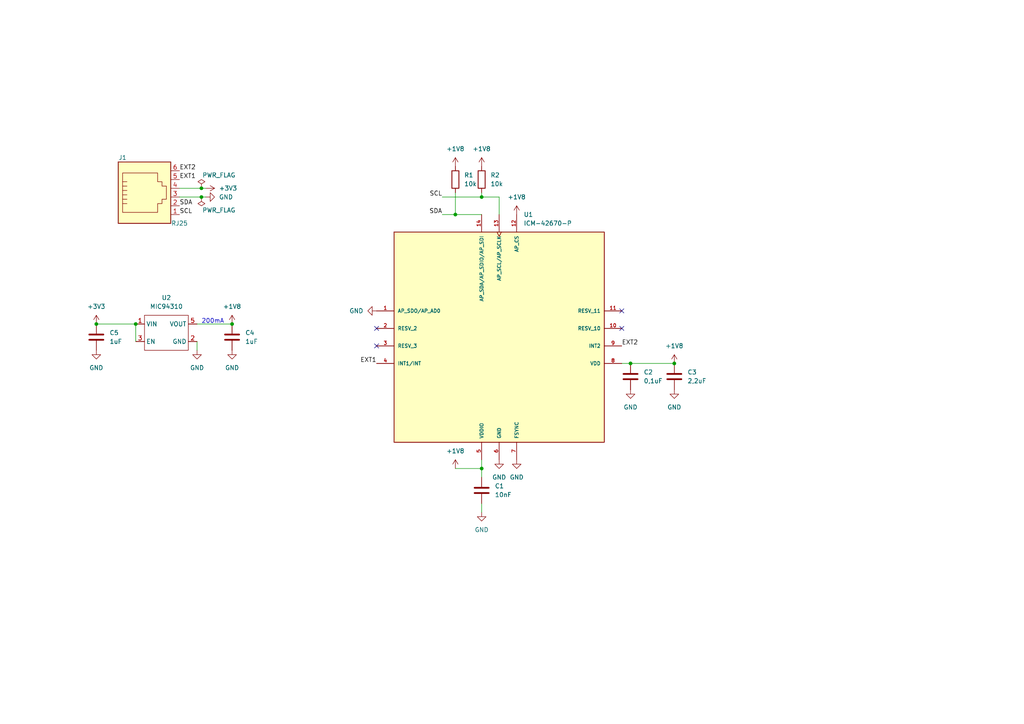
<source format=kicad_sch>
(kicad_sch (version 20230121) (generator eeschema)

  (uuid 5366ba57-4f93-4c60-9895-4205cbb289d0)

  (paper "A4")

  (lib_symbols
    (symbol "Connector:RJ25" (pin_names (offset 1.016)) (in_bom yes) (on_board yes)
      (property "Reference" "J" (at -5.08 11.43 0)
        (effects (font (size 1.27 1.27)) (justify right))
      )
      (property "Value" "RJ25" (at 2.54 11.43 0)
        (effects (font (size 1.27 1.27)) (justify left))
      )
      (property "Footprint" "" (at 0 0.635 90)
        (effects (font (size 1.27 1.27)) hide)
      )
      (property "Datasheet" "~" (at 0 0.635 90)
        (effects (font (size 1.27 1.27)) hide)
      )
      (property "ki_keywords" "6P6C RJ socket connector" (at 0 0 0)
        (effects (font (size 1.27 1.27)) hide)
      )
      (property "ki_description" "RJ connector, 6P6C (6 positions 6 connected)" (at 0 0 0)
        (effects (font (size 1.27 1.27)) hide)
      )
      (property "ki_fp_filters" "6P6C* RJ12* RJ18* RJ25*" (at 0 0 0)
        (effects (font (size 1.27 1.27)) hide)
      )
      (symbol "RJ25_0_1"
        (polyline
          (pts
            (xy -6.35 -1.905)
            (xy -5.08 -1.905)
            (xy -5.08 -1.905)
          )
          (stroke (width 0) (type default))
          (fill (type none))
        )
        (polyline
          (pts
            (xy -6.35 -0.635)
            (xy -5.08 -0.635)
            (xy -5.08 -0.635)
          )
          (stroke (width 0) (type default))
          (fill (type none))
        )
        (polyline
          (pts
            (xy -6.35 0.635)
            (xy -5.08 0.635)
            (xy -5.08 0.635)
          )
          (stroke (width 0) (type default))
          (fill (type none))
        )
        (polyline
          (pts
            (xy -6.35 1.905)
            (xy -5.08 1.905)
            (xy -5.08 1.905)
          )
          (stroke (width 0) (type default))
          (fill (type none))
        )
        (polyline
          (pts
            (xy -6.35 3.175)
            (xy -5.08 3.175)
            (xy -5.08 3.175)
          )
          (stroke (width 0) (type default))
          (fill (type none))
        )
        (polyline
          (pts
            (xy -5.08 4.445)
            (xy -6.35 4.445)
            (xy -6.35 4.445)
          )
          (stroke (width 0) (type default))
          (fill (type none))
        )
        (polyline
          (pts
            (xy -6.35 -4.445)
            (xy -6.35 6.985)
            (xy 3.81 6.985)
            (xy 3.81 4.445)
            (xy 5.08 4.445)
            (xy 5.08 3.175)
            (xy 6.35 3.175)
            (xy 6.35 -0.635)
            (xy 5.08 -0.635)
            (xy 5.08 -1.905)
            (xy 3.81 -1.905)
            (xy 3.81 -4.445)
            (xy -6.35 -4.445)
            (xy -6.35 -4.445)
          )
          (stroke (width 0) (type default))
          (fill (type none))
        )
        (rectangle (start 7.62 10.16) (end -7.62 -7.62)
          (stroke (width 0.254) (type default))
          (fill (type background))
        )
      )
      (symbol "RJ25_1_1"
        (pin passive line (at 10.16 -5.08 180) (length 2.54)
          (name "~" (effects (font (size 1.27 1.27))))
          (number "1" (effects (font (size 1.27 1.27))))
        )
        (pin passive line (at 10.16 -2.54 180) (length 2.54)
          (name "~" (effects (font (size 1.27 1.27))))
          (number "2" (effects (font (size 1.27 1.27))))
        )
        (pin passive line (at 10.16 0 180) (length 2.54)
          (name "~" (effects (font (size 1.27 1.27))))
          (number "3" (effects (font (size 1.27 1.27))))
        )
        (pin passive line (at 10.16 2.54 180) (length 2.54)
          (name "~" (effects (font (size 1.27 1.27))))
          (number "4" (effects (font (size 1.27 1.27))))
        )
        (pin passive line (at 10.16 5.08 180) (length 2.54)
          (name "~" (effects (font (size 1.27 1.27))))
          (number "5" (effects (font (size 1.27 1.27))))
        )
        (pin passive line (at 10.16 7.62 180) (length 2.54)
          (name "~" (effects (font (size 1.27 1.27))))
          (number "6" (effects (font (size 1.27 1.27))))
        )
      )
    )
    (symbol "Device:C" (pin_numbers hide) (pin_names (offset 0.254)) (in_bom yes) (on_board yes)
      (property "Reference" "C" (at 0.635 2.54 0)
        (effects (font (size 1.27 1.27)) (justify left))
      )
      (property "Value" "C" (at 0.635 -2.54 0)
        (effects (font (size 1.27 1.27)) (justify left))
      )
      (property "Footprint" "" (at 0.9652 -3.81 0)
        (effects (font (size 1.27 1.27)) hide)
      )
      (property "Datasheet" "~" (at 0 0 0)
        (effects (font (size 1.27 1.27)) hide)
      )
      (property "ki_keywords" "cap capacitor" (at 0 0 0)
        (effects (font (size 1.27 1.27)) hide)
      )
      (property "ki_description" "Unpolarized capacitor" (at 0 0 0)
        (effects (font (size 1.27 1.27)) hide)
      )
      (property "ki_fp_filters" "C_*" (at 0 0 0)
        (effects (font (size 1.27 1.27)) hide)
      )
      (symbol "C_0_1"
        (polyline
          (pts
            (xy -2.032 -0.762)
            (xy 2.032 -0.762)
          )
          (stroke (width 0.508) (type default))
          (fill (type none))
        )
        (polyline
          (pts
            (xy -2.032 0.762)
            (xy 2.032 0.762)
          )
          (stroke (width 0.508) (type default))
          (fill (type none))
        )
      )
      (symbol "C_1_1"
        (pin passive line (at 0 3.81 270) (length 2.794)
          (name "~" (effects (font (size 1.27 1.27))))
          (number "1" (effects (font (size 1.27 1.27))))
        )
        (pin passive line (at 0 -3.81 90) (length 2.794)
          (name "~" (effects (font (size 1.27 1.27))))
          (number "2" (effects (font (size 1.27 1.27))))
        )
      )
    )
    (symbol "Device:R" (pin_numbers hide) (pin_names (offset 0)) (in_bom yes) (on_board yes)
      (property "Reference" "R" (at 2.032 0 90)
        (effects (font (size 1.27 1.27)))
      )
      (property "Value" "R" (at 0 0 90)
        (effects (font (size 1.27 1.27)))
      )
      (property "Footprint" "" (at -1.778 0 90)
        (effects (font (size 1.27 1.27)) hide)
      )
      (property "Datasheet" "~" (at 0 0 0)
        (effects (font (size 1.27 1.27)) hide)
      )
      (property "ki_keywords" "R res resistor" (at 0 0 0)
        (effects (font (size 1.27 1.27)) hide)
      )
      (property "ki_description" "Resistor" (at 0 0 0)
        (effects (font (size 1.27 1.27)) hide)
      )
      (property "ki_fp_filters" "R_*" (at 0 0 0)
        (effects (font (size 1.27 1.27)) hide)
      )
      (symbol "R_0_1"
        (rectangle (start -1.016 -2.54) (end 1.016 2.54)
          (stroke (width 0.254) (type default))
          (fill (type none))
        )
      )
      (symbol "R_1_1"
        (pin passive line (at 0 3.81 270) (length 1.27)
          (name "~" (effects (font (size 1.27 1.27))))
          (number "1" (effects (font (size 1.27 1.27))))
        )
        (pin passive line (at 0 -3.81 90) (length 1.27)
          (name "~" (effects (font (size 1.27 1.27))))
          (number "2" (effects (font (size 1.27 1.27))))
        )
      )
    )
    (symbol "ICM-42670:ICM-42670-P" (pin_names (offset 1.016)) (in_bom yes) (on_board yes)
      (property "Reference" "U" (at -30.48 31.242 0)
        (effects (font (size 1.27 1.27)) (justify left bottom))
      )
      (property "Value" "ICM-42670-P" (at -30.48 -31.242 0)
        (effects (font (size 1.27 1.27)) (justify left top))
      )
      (property "Footprint" "ICM-42670-P:IC_ICM-42670-P" (at 0 0 0)
        (effects (font (size 1.27 1.27)) (justify bottom) hide)
      )
      (property "Datasheet" "" (at 0 0 0)
        (effects (font (size 1.27 1.27)) hide)
      )
      (property "MF" "TDK InvenSense" (at 0 0 0)
        (effects (font (size 1.27 1.27)) (justify bottom) hide)
      )
      (property "Description" "\nLow-Power, Premium Performance 6-Axis MotionTrackingTM IMU with I3C, I2C and SPI interface in 2.5mm x 3mm Package\n" (at 0 0 0)
        (effects (font (size 1.27 1.27)) (justify bottom) hide)
      )
      (property "Package" "None" (at 0 0 0)
        (effects (font (size 1.27 1.27)) (justify bottom) hide)
      )
      (property "Price" "None" (at 0 0 0)
        (effects (font (size 1.27 1.27)) (justify bottom) hide)
      )
      (property "Check_prices" "https://www.snapeda.com/parts/ICM-42670-P/TDK+InvenSense/view-part/?ref=eda" (at 0 0 0)
        (effects (font (size 1.27 1.27)) (justify bottom) hide)
      )
      (property "SnapEDA_Link" "https://www.snapeda.com/parts/ICM-42670-P/TDK+InvenSense/view-part/?ref=snap" (at 0 0 0)
        (effects (font (size 1.27 1.27)) (justify bottom) hide)
      )
      (property "MP" "ICM-42670-P" (at 0 0 0)
        (effects (font (size 1.27 1.27)) (justify bottom) hide)
      )
      (property "Availability" "Not in stock" (at 0 0 0)
        (effects (font (size 1.27 1.27)) (justify bottom) hide)
      )
      (property "Purchase-URL" "https://pricing.snapeda.com/search/part/ICM-42670-P/?ref=eda" (at 0 0 0)
        (effects (font (size 1.27 1.27)) (justify bottom) hide)
      )
      (symbol "ICM-42670-P_0_0"
        (rectangle (start -30.48 -30.48) (end 30.48 30.48)
          (stroke (width 0.254) (type default))
          (fill (type background))
        )
        (pin bidirectional line (at -35.56 7.62 0) (length 5.08)
          (name "AP_SDO/AP_AD0" (effects (font (size 1.016 1.016))))
          (number "1" (effects (font (size 1.016 1.016))))
        )
        (pin passive line (at 35.56 2.54 180) (length 5.08)
          (name "RESV_10" (effects (font (size 1.016 1.016))))
          (number "10" (effects (font (size 1.016 1.016))))
        )
        (pin passive line (at 35.56 7.62 180) (length 5.08)
          (name "RESV_11" (effects (font (size 1.016 1.016))))
          (number "11" (effects (font (size 1.016 1.016))))
        )
        (pin input line (at 5.08 35.56 270) (length 5.08)
          (name "AP_CS" (effects (font (size 1.016 1.016))))
          (number "12" (effects (font (size 1.016 1.016))))
        )
        (pin input clock (at 0 35.56 270) (length 5.08)
          (name "AP_SCL/AP_SCLK" (effects (font (size 1.016 1.016))))
          (number "13" (effects (font (size 1.016 1.016))))
        )
        (pin bidirectional line (at -5.08 35.56 270) (length 5.08)
          (name "AP_SDA/AP_SDIO/AP_SDI" (effects (font (size 1.016 1.016))))
          (number "14" (effects (font (size 1.016 1.016))))
        )
        (pin passive line (at -35.56 2.54 0) (length 5.08)
          (name "RESV_2" (effects (font (size 1.016 1.016))))
          (number "2" (effects (font (size 1.016 1.016))))
        )
        (pin passive line (at -35.56 -2.54 0) (length 5.08)
          (name "RESV_3" (effects (font (size 1.016 1.016))))
          (number "3" (effects (font (size 1.016 1.016))))
        )
        (pin output line (at -35.56 -7.62 0) (length 5.08)
          (name "INT1/INT" (effects (font (size 1.016 1.016))))
          (number "4" (effects (font (size 1.016 1.016))))
        )
        (pin power_in line (at -5.08 -35.56 90) (length 5.08)
          (name "VDDIO" (effects (font (size 1.016 1.016))))
          (number "5" (effects (font (size 1.016 1.016))))
        )
        (pin power_in line (at 0 -35.56 90) (length 5.08)
          (name "GND" (effects (font (size 1.016 1.016))))
          (number "6" (effects (font (size 1.016 1.016))))
        )
        (pin input line (at 5.08 -35.56 90) (length 5.08)
          (name "FSYNC" (effects (font (size 1.016 1.016))))
          (number "7" (effects (font (size 1.016 1.016))))
        )
        (pin power_in line (at 35.56 -7.62 180) (length 5.08)
          (name "VDD" (effects (font (size 1.016 1.016))))
          (number "8" (effects (font (size 1.016 1.016))))
        )
        (pin output line (at 35.56 -2.54 180) (length 5.08)
          (name "INT2" (effects (font (size 1.016 1.016))))
          (number "9" (effects (font (size 1.016 1.016))))
        )
      )
    )
    (symbol "MIC94310:MIC94310-GYM5-TR" (in_bom yes) (on_board yes)
      (property "Reference" "U" (at 0 7.62 0)
        (effects (font (size 1.27 1.27)))
      )
      (property "Value" "" (at 0 0 0)
        (effects (font (size 1.27 1.27)))
      )
      (property "Footprint" "" (at 0 0 0)
        (effects (font (size 1.27 1.27)) hide)
      )
      (property "Datasheet" "" (at 0 0 0)
        (effects (font (size 1.27 1.27)) hide)
      )
      (symbol "MIC94310-GYM5-TR_0_1"
        (rectangle (start -6.35 5.08) (end 6.35 -5.08)
          (stroke (width 0) (type default))
          (fill (type none))
        )
      )
      (symbol "MIC94310-GYM5-TR_1_1"
        (pin power_in line (at -8.89 2.54 0) (length 2.54)
          (name "VIN" (effects (font (size 1.27 1.27))))
          (number "1" (effects (font (size 1.27 1.27))))
        )
        (pin power_in line (at 8.89 -2.54 180) (length 2.54)
          (name "GND" (effects (font (size 1.27 1.27))))
          (number "2" (effects (font (size 1.27 1.27))))
        )
        (pin input line (at -8.89 -2.54 0) (length 2.54)
          (name "EN" (effects (font (size 1.27 1.27))))
          (number "3" (effects (font (size 1.27 1.27))))
        )
        (pin power_out line (at 8.89 2.54 180) (length 2.54)
          (name "VOUT" (effects (font (size 1.27 1.27))))
          (number "5" (effects (font (size 1.27 1.27))))
        )
      )
    )
    (symbol "power:+1V8" (power) (pin_names (offset 0)) (in_bom yes) (on_board yes)
      (property "Reference" "#PWR" (at 0 -3.81 0)
        (effects (font (size 1.27 1.27)) hide)
      )
      (property "Value" "+1V8" (at 0 3.556 0)
        (effects (font (size 1.27 1.27)))
      )
      (property "Footprint" "" (at 0 0 0)
        (effects (font (size 1.27 1.27)) hide)
      )
      (property "Datasheet" "" (at 0 0 0)
        (effects (font (size 1.27 1.27)) hide)
      )
      (property "ki_keywords" "global power" (at 0 0 0)
        (effects (font (size 1.27 1.27)) hide)
      )
      (property "ki_description" "Power symbol creates a global label with name \"+1V8\"" (at 0 0 0)
        (effects (font (size 1.27 1.27)) hide)
      )
      (symbol "+1V8_0_1"
        (polyline
          (pts
            (xy -0.762 1.27)
            (xy 0 2.54)
          )
          (stroke (width 0) (type default))
          (fill (type none))
        )
        (polyline
          (pts
            (xy 0 0)
            (xy 0 2.54)
          )
          (stroke (width 0) (type default))
          (fill (type none))
        )
        (polyline
          (pts
            (xy 0 2.54)
            (xy 0.762 1.27)
          )
          (stroke (width 0) (type default))
          (fill (type none))
        )
      )
      (symbol "+1V8_1_1"
        (pin power_in line (at 0 0 90) (length 0) hide
          (name "+1V8" (effects (font (size 1.27 1.27))))
          (number "1" (effects (font (size 1.27 1.27))))
        )
      )
    )
    (symbol "power:+3V3" (power) (pin_names (offset 0)) (in_bom yes) (on_board yes)
      (property "Reference" "#PWR" (at 0 -3.81 0)
        (effects (font (size 1.27 1.27)) hide)
      )
      (property "Value" "+3V3" (at 0 3.556 0)
        (effects (font (size 1.27 1.27)))
      )
      (property "Footprint" "" (at 0 0 0)
        (effects (font (size 1.27 1.27)) hide)
      )
      (property "Datasheet" "" (at 0 0 0)
        (effects (font (size 1.27 1.27)) hide)
      )
      (property "ki_keywords" "global power" (at 0 0 0)
        (effects (font (size 1.27 1.27)) hide)
      )
      (property "ki_description" "Power symbol creates a global label with name \"+3V3\"" (at 0 0 0)
        (effects (font (size 1.27 1.27)) hide)
      )
      (symbol "+3V3_0_1"
        (polyline
          (pts
            (xy -0.762 1.27)
            (xy 0 2.54)
          )
          (stroke (width 0) (type default))
          (fill (type none))
        )
        (polyline
          (pts
            (xy 0 0)
            (xy 0 2.54)
          )
          (stroke (width 0) (type default))
          (fill (type none))
        )
        (polyline
          (pts
            (xy 0 2.54)
            (xy 0.762 1.27)
          )
          (stroke (width 0) (type default))
          (fill (type none))
        )
      )
      (symbol "+3V3_1_1"
        (pin power_in line (at 0 0 90) (length 0) hide
          (name "+3V3" (effects (font (size 1.27 1.27))))
          (number "1" (effects (font (size 1.27 1.27))))
        )
      )
    )
    (symbol "power:GND" (power) (pin_names (offset 0)) (in_bom yes) (on_board yes)
      (property "Reference" "#PWR" (at 0 -6.35 0)
        (effects (font (size 1.27 1.27)) hide)
      )
      (property "Value" "GND" (at 0 -3.81 0)
        (effects (font (size 1.27 1.27)))
      )
      (property "Footprint" "" (at 0 0 0)
        (effects (font (size 1.27 1.27)) hide)
      )
      (property "Datasheet" "" (at 0 0 0)
        (effects (font (size 1.27 1.27)) hide)
      )
      (property "ki_keywords" "global power" (at 0 0 0)
        (effects (font (size 1.27 1.27)) hide)
      )
      (property "ki_description" "Power symbol creates a global label with name \"GND\" , ground" (at 0 0 0)
        (effects (font (size 1.27 1.27)) hide)
      )
      (symbol "GND_0_1"
        (polyline
          (pts
            (xy 0 0)
            (xy 0 -1.27)
            (xy 1.27 -1.27)
            (xy 0 -2.54)
            (xy -1.27 -1.27)
            (xy 0 -1.27)
          )
          (stroke (width 0) (type default))
          (fill (type none))
        )
      )
      (symbol "GND_1_1"
        (pin power_in line (at 0 0 270) (length 0) hide
          (name "GND" (effects (font (size 1.27 1.27))))
          (number "1" (effects (font (size 1.27 1.27))))
        )
      )
    )
    (symbol "power:PWR_FLAG" (power) (pin_numbers hide) (pin_names (offset 0) hide) (in_bom yes) (on_board yes)
      (property "Reference" "#FLG" (at 0 1.905 0)
        (effects (font (size 1.27 1.27)) hide)
      )
      (property "Value" "PWR_FLAG" (at 0 3.81 0)
        (effects (font (size 1.27 1.27)))
      )
      (property "Footprint" "" (at 0 0 0)
        (effects (font (size 1.27 1.27)) hide)
      )
      (property "Datasheet" "~" (at 0 0 0)
        (effects (font (size 1.27 1.27)) hide)
      )
      (property "ki_keywords" "flag power" (at 0 0 0)
        (effects (font (size 1.27 1.27)) hide)
      )
      (property "ki_description" "Special symbol for telling ERC where power comes from" (at 0 0 0)
        (effects (font (size 1.27 1.27)) hide)
      )
      (symbol "PWR_FLAG_0_0"
        (pin power_out line (at 0 0 90) (length 0)
          (name "pwr" (effects (font (size 1.27 1.27))))
          (number "1" (effects (font (size 1.27 1.27))))
        )
      )
      (symbol "PWR_FLAG_0_1"
        (polyline
          (pts
            (xy 0 0)
            (xy 0 1.27)
            (xy -1.016 1.905)
            (xy 0 2.54)
            (xy 1.016 1.905)
            (xy 0 1.27)
          )
          (stroke (width 0) (type default))
          (fill (type none))
        )
      )
    )
  )

  (junction (at 195.58 105.41) (diameter 0) (color 0 0 0 0)
    (uuid 0d9f9078-2a40-484e-aef7-1c7094093d7c)
  )
  (junction (at 27.94 93.98) (diameter 0) (color 0 0 0 0)
    (uuid 149837bb-f372-4258-9caa-644de41529a7)
  )
  (junction (at 139.7 57.15) (diameter 0) (color 0 0 0 0)
    (uuid 166473cd-214a-40ad-9a75-4ed3c7daea22)
  )
  (junction (at 39.37 93.98) (diameter 0) (color 0 0 0 0)
    (uuid 20a05541-4ccb-498c-8f64-3f8c44253ab2)
  )
  (junction (at 67.31 93.98) (diameter 0) (color 0 0 0 0)
    (uuid 23a3af67-5adc-4d44-b50f-44c582f90c26)
  )
  (junction (at 139.7 135.89) (diameter 0) (color 0 0 0 0)
    (uuid 281466be-d790-47d9-883e-1a048475e31a)
  )
  (junction (at 132.08 62.23) (diameter 0) (color 0 0 0 0)
    (uuid 3d2ba071-a5f0-47f0-b638-dfbc67d23bcb)
  )
  (junction (at 58.42 57.15) (diameter 0) (color 0 0 0 0)
    (uuid 4d3ab2d8-b081-4d4a-9bbf-992bbc7302df)
  )
  (junction (at 58.42 54.61) (diameter 0) (color 0 0 0 0)
    (uuid 7ed1e6f8-2914-43fe-a04a-631c132d1b66)
  )
  (junction (at 182.88 105.41) (diameter 0) (color 0 0 0 0)
    (uuid ffb8c1fb-2727-4c3c-8724-f78e8a68bbd7)
  )

  (no_connect (at 180.34 90.17) (uuid 4d1485bf-5367-4931-bcf7-8e98accc08e2))
  (no_connect (at 180.34 95.25) (uuid 4d6e2fe9-afa0-4117-9ad7-bd35a3a428f9))
  (no_connect (at 109.22 95.25) (uuid 6f5a861e-2e8a-4b22-a3c7-229ec8859fc9))
  (no_connect (at 109.22 100.33) (uuid fa1b7cb8-2384-4869-a9ad-97627c95e754))

  (wire (pts (xy 144.78 57.15) (xy 144.78 62.23))
    (stroke (width 0) (type default))
    (uuid 106fd8cf-8a1b-4757-8a6b-2236b34a54c7)
  )
  (wire (pts (xy 139.7 135.89) (xy 139.7 133.35))
    (stroke (width 0) (type default))
    (uuid 14248a7a-2d7d-4ca9-8fd9-ec4c02add44d)
  )
  (wire (pts (xy 132.08 135.89) (xy 139.7 135.89))
    (stroke (width 0) (type default))
    (uuid 1577b06b-41c3-4d14-a133-36d9920e2d98)
  )
  (wire (pts (xy 58.42 54.61) (xy 52.07 54.61))
    (stroke (width 0) (type default))
    (uuid 2297d6d1-568a-45e0-b9fe-5bcdcc0bc49a)
  )
  (wire (pts (xy 139.7 138.43) (xy 139.7 135.89))
    (stroke (width 0) (type default))
    (uuid 3fb11c62-b6ef-4005-9335-bac6dd2b27d4)
  )
  (wire (pts (xy 139.7 146.05) (xy 139.7 148.59))
    (stroke (width 0) (type default))
    (uuid 401c34a0-2460-445d-9de9-a2019b1bb02c)
  )
  (wire (pts (xy 52.07 57.15) (xy 58.42 57.15))
    (stroke (width 0) (type default))
    (uuid 5d4a7004-6ae1-42a3-b81d-a7992ec99154)
  )
  (wire (pts (xy 58.42 57.15) (xy 59.69 57.15))
    (stroke (width 0) (type default))
    (uuid 649094fa-bb71-47d4-894e-c54f8cf89dae)
  )
  (wire (pts (xy 132.08 55.88) (xy 132.08 62.23))
    (stroke (width 0) (type default))
    (uuid 749adaf0-a233-492d-9dbd-f95d1d179f71)
  )
  (wire (pts (xy 132.08 62.23) (xy 139.7 62.23))
    (stroke (width 0) (type default))
    (uuid 78ea71d7-ba8f-4b4f-858b-a832e4299613)
  )
  (wire (pts (xy 39.37 93.98) (xy 39.37 99.06))
    (stroke (width 0) (type default))
    (uuid 81209ae8-322e-46b9-ad39-19e6793635ec)
  )
  (wire (pts (xy 139.7 57.15) (xy 144.78 57.15))
    (stroke (width 0) (type default))
    (uuid 8ac89b5e-b5d7-4262-a14a-a5dcd56ddc41)
  )
  (wire (pts (xy 59.69 54.61) (xy 58.42 54.61))
    (stroke (width 0) (type default))
    (uuid 9870a424-99a8-4f72-a86e-e63f1de61e95)
  )
  (wire (pts (xy 57.15 101.6) (xy 57.15 99.06))
    (stroke (width 0) (type default))
    (uuid 98baf7a8-9cd5-4d82-ba32-89a7291605d2)
  )
  (wire (pts (xy 57.15 93.98) (xy 67.31 93.98))
    (stroke (width 0) (type default))
    (uuid a1f71ce5-7e8e-4cff-a352-335f6c31e45d)
  )
  (wire (pts (xy 128.27 62.23) (xy 132.08 62.23))
    (stroke (width 0) (type default))
    (uuid c062045b-1007-4070-aeec-fa9e9ca8a503)
  )
  (wire (pts (xy 139.7 55.88) (xy 139.7 57.15))
    (stroke (width 0) (type default))
    (uuid c4a2febc-933d-47c6-91cf-f0069cf361d0)
  )
  (wire (pts (xy 27.94 93.98) (xy 39.37 93.98))
    (stroke (width 0) (type default))
    (uuid d3e6fc20-38e5-4202-b3e3-57ce9d989b72)
  )
  (wire (pts (xy 128.27 57.15) (xy 139.7 57.15))
    (stroke (width 0) (type default))
    (uuid d5f89783-3f22-42c9-86a4-5ddd70b00956)
  )
  (wire (pts (xy 182.88 105.41) (xy 195.58 105.41))
    (stroke (width 0) (type default))
    (uuid ed8612ec-14d4-4e3d-b800-4f4bc591aa22)
  )
  (wire (pts (xy 182.88 105.41) (xy 180.34 105.41))
    (stroke (width 0) (type default))
    (uuid fd5770dc-6a75-4ef7-827a-139bca263ef5)
  )

  (text "200mA" (at 58.42 93.98 0)
    (effects (font (size 1.27 1.27)) (justify left bottom))
    (uuid 1b0c7128-b7a7-42c2-bc4f-ed92456f47a6)
  )

  (label "SCL" (at 52.07 62.23 0) (fields_autoplaced)
    (effects (font (size 1.27 1.27)) (justify left bottom))
    (uuid 12c12ffe-2578-4614-b54c-80cb533cf40c)
  )
  (label "EXT1" (at 52.07 52.07 0) (fields_autoplaced)
    (effects (font (size 1.27 1.27)) (justify left bottom))
    (uuid 1c5c0b9c-0b06-41fc-9c22-232647a4c74d)
  )
  (label "SDA" (at 128.27 62.23 180) (fields_autoplaced)
    (effects (font (size 1.27 1.27)) (justify right bottom))
    (uuid 306f67ce-fd35-446f-8ce6-1e977e0124ae)
  )
  (label "EXT1" (at 109.22 105.41 180) (fields_autoplaced)
    (effects (font (size 1.27 1.27)) (justify right bottom))
    (uuid 38bb1f98-b559-4e57-b169-1079d929faaa)
  )
  (label "SCL" (at 128.27 57.15 180) (fields_autoplaced)
    (effects (font (size 1.27 1.27)) (justify right bottom))
    (uuid 4e0fe63b-2f26-41b4-89eb-e912638acfa4)
  )
  (label "SDA" (at 52.07 59.69 0) (fields_autoplaced)
    (effects (font (size 1.27 1.27)) (justify left bottom))
    (uuid 5de4d041-d6bc-4809-83d1-0e06ac648e19)
  )
  (label "EXT2" (at 180.34 100.33 0) (fields_autoplaced)
    (effects (font (size 1.27 1.27)) (justify left bottom))
    (uuid 8d1bae21-c843-450c-96cc-a16bce268797)
  )
  (label "EXT2" (at 52.07 49.53 0) (fields_autoplaced)
    (effects (font (size 1.27 1.27)) (justify left bottom))
    (uuid 96e956ca-5d9c-434c-8d2e-b494e83b4d0d)
  )

  (symbol (lib_id "Device:C") (at 139.7 142.24 0) (unit 1)
    (in_bom yes) (on_board yes) (dnp no) (fields_autoplaced)
    (uuid 10f56f95-dbf1-4da6-8fd7-3dbe347c31ec)
    (property "Reference" "C1" (at 143.51 140.97 0)
      (effects (font (size 1.27 1.27)) (justify left))
    )
    (property "Value" "10nF" (at 143.51 143.51 0)
      (effects (font (size 1.27 1.27)) (justify left))
    )
    (property "Footprint" "Capacitor_SMD:C_0603_1608Metric_Pad1.08x0.95mm_HandSolder" (at 140.6652 146.05 0)
      (effects (font (size 1.27 1.27)) hide)
    )
    (property "Datasheet" "~" (at 139.7 142.24 0)
      (effects (font (size 1.27 1.27)) hide)
    )
    (property "DigiKey" "399-C0603C103K9RAC7867CT-ND" (at 139.7 142.24 0)
      (effects (font (size 1.27 1.27)) hide)
    )
    (pin "1" (uuid 6a0a40be-5a30-4b30-9dea-8830ae69d564))
    (pin "2" (uuid c73695bf-8424-4e87-9ee7-9a96a7d5e296))
    (instances
      (project "FABI3 - IMU Addon"
        (path "/5366ba57-4f93-4c60-9895-4205cbb289d0"
          (reference "C1") (unit 1)
        )
      )
    )
  )

  (symbol (lib_id "MIC94310:MIC94310-GYM5-TR") (at 48.26 96.52 0) (unit 1)
    (in_bom yes) (on_board yes) (dnp no)
    (uuid 1da3b7a0-38ae-4e2c-8209-4779bab064df)
    (property "Reference" "U2" (at 48.26 86.36 0)
      (effects (font (size 1.27 1.27)))
    )
    (property "Value" "MIC94310" (at 48.26 88.9 0)
      (effects (font (size 1.27 1.27)))
    )
    (property "Footprint" "Package_TO_SOT_SMD:SOT-23-5_HandSoldering" (at 48.26 96.52 0)
      (effects (font (size 1.27 1.27)) hide)
    )
    (property "Datasheet" "" (at 48.26 96.52 0)
      (effects (font (size 1.27 1.27)) hide)
    )
    (property "DigiKey" "576-4769-1-ND" (at 48.26 96.52 0)
      (effects (font (size 1.27 1.27)) hide)
    )
    (pin "1" (uuid 766cba43-3172-418a-a055-0e8295dea322))
    (pin "2" (uuid 8c1901cc-4151-44e5-9dbf-6724305c696a))
    (pin "3" (uuid 3b49539b-afe3-4489-90bc-6dea0054dc8b))
    (pin "5" (uuid 71d34e84-7986-459e-ac7a-6b65c96ed04b))
    (instances
      (project "FABI3 - IMU Addon"
        (path "/5366ba57-4f93-4c60-9895-4205cbb289d0"
          (reference "U2") (unit 1)
        )
      )
    )
  )

  (symbol (lib_id "Device:C") (at 67.31 97.79 0) (unit 1)
    (in_bom yes) (on_board yes) (dnp no) (fields_autoplaced)
    (uuid 21532b1a-9444-41c1-adc4-a7a02c44b4cb)
    (property "Reference" "C4" (at 71.12 96.52 0)
      (effects (font (size 1.27 1.27)) (justify left))
    )
    (property "Value" "1uF" (at 71.12 99.06 0)
      (effects (font (size 1.27 1.27)) (justify left))
    )
    (property "Footprint" "Capacitor_SMD:C_0603_1608Metric_Pad1.08x0.95mm_HandSolder" (at 68.2752 101.6 0)
      (effects (font (size 1.27 1.27)) hide)
    )
    (property "Datasheet" "~" (at 67.31 97.79 0)
      (effects (font (size 1.27 1.27)) hide)
    )
    (property "DigiKey" "478-KGM15AR70J104KMCT-ND" (at 67.31 97.79 0)
      (effects (font (size 1.27 1.27)) hide)
    )
    (pin "1" (uuid 2beeb404-29bd-4eb6-b9cd-1a1fd808f678))
    (pin "2" (uuid 582e2480-b513-4ed7-889b-e8e08f260bba))
    (instances
      (project "FABI3 - IMU Addon"
        (path "/5366ba57-4f93-4c60-9895-4205cbb289d0"
          (reference "C4") (unit 1)
        )
      )
    )
  )

  (symbol (lib_id "Device:C") (at 182.88 109.22 0) (unit 1)
    (in_bom yes) (on_board yes) (dnp no) (fields_autoplaced)
    (uuid 2288bd49-9fe3-4c2c-9b91-f917cc06b658)
    (property "Reference" "C2" (at 186.69 107.95 0)
      (effects (font (size 1.27 1.27)) (justify left))
    )
    (property "Value" "0,1uF" (at 186.69 110.49 0)
      (effects (font (size 1.27 1.27)) (justify left))
    )
    (property "Footprint" "Capacitor_SMD:C_0603_1608Metric_Pad1.08x0.95mm_HandSolder" (at 183.8452 113.03 0)
      (effects (font (size 1.27 1.27)) hide)
    )
    (property "Datasheet" "~" (at 182.88 109.22 0)
      (effects (font (size 1.27 1.27)) hide)
    )
    (property "DigiKey" "478-KGM15AR70J104KMCT-ND" (at 182.88 109.22 0)
      (effects (font (size 1.27 1.27)) hide)
    )
    (pin "1" (uuid 1639d239-3bb1-4a80-964c-d6e137e3dd3c))
    (pin "2" (uuid 3a716ebd-de43-4dd4-bc60-a39bfb5d6896))
    (instances
      (project "FABI3 - IMU Addon"
        (path "/5366ba57-4f93-4c60-9895-4205cbb289d0"
          (reference "C2") (unit 1)
        )
      )
    )
  )

  (symbol (lib_id "power:GND") (at 144.78 133.35 0) (unit 1)
    (in_bom yes) (on_board yes) (dnp no) (fields_autoplaced)
    (uuid 3c94cc1f-2f4f-4707-bd65-3e0ac39696e4)
    (property "Reference" "#PWR05" (at 144.78 139.7 0)
      (effects (font (size 1.27 1.27)) hide)
    )
    (property "Value" "GND" (at 144.78 138.43 0)
      (effects (font (size 1.27 1.27)))
    )
    (property "Footprint" "" (at 144.78 133.35 0)
      (effects (font (size 1.27 1.27)) hide)
    )
    (property "Datasheet" "" (at 144.78 133.35 0)
      (effects (font (size 1.27 1.27)) hide)
    )
    (pin "1" (uuid 8ff9148e-a54e-4468-930c-d3983c7adfba))
    (instances
      (project "FABI3 - IMU Addon"
        (path "/5366ba57-4f93-4c60-9895-4205cbb289d0"
          (reference "#PWR05") (unit 1)
        )
      )
    )
  )

  (symbol (lib_id "Device:C") (at 195.58 109.22 0) (unit 1)
    (in_bom yes) (on_board yes) (dnp no) (fields_autoplaced)
    (uuid 3d84adfa-a72b-423c-8de9-1e1d05ad0444)
    (property "Reference" "C3" (at 199.39 107.95 0)
      (effects (font (size 1.27 1.27)) (justify left))
    )
    (property "Value" "2,2uF" (at 199.39 110.49 0)
      (effects (font (size 1.27 1.27)) (justify left))
    )
    (property "Footprint" "Capacitor_SMD:C_0603_1608Metric_Pad1.08x0.95mm_HandSolder" (at 196.5452 113.03 0)
      (effects (font (size 1.27 1.27)) hide)
    )
    (property "Datasheet" "~" (at 195.58 109.22 0)
      (effects (font (size 1.27 1.27)) hide)
    )
    (property "DigiKey" "311-1795-1-ND - Gurtabschnitt" (at 195.58 109.22 0)
      (effects (font (size 1.27 1.27)) hide)
    )
    (pin "1" (uuid 915e8166-6df7-4339-839d-44023544985a))
    (pin "2" (uuid 1a74049a-2816-4055-801d-fc2d35c94688))
    (instances
      (project "FABI3 - IMU Addon"
        (path "/5366ba57-4f93-4c60-9895-4205cbb289d0"
          (reference "C3") (unit 1)
        )
      )
    )
  )

  (symbol (lib_id "power:+1V8") (at 67.31 93.98 0) (unit 1)
    (in_bom yes) (on_board yes) (dnp no) (fields_autoplaced)
    (uuid 3e39f769-0985-417b-b238-af8c5494875e)
    (property "Reference" "#PWR017" (at 67.31 97.79 0)
      (effects (font (size 1.27 1.27)) hide)
    )
    (property "Value" "+1V8" (at 67.31 88.9 0)
      (effects (font (size 1.27 1.27)))
    )
    (property "Footprint" "" (at 67.31 93.98 0)
      (effects (font (size 1.27 1.27)) hide)
    )
    (property "Datasheet" "" (at 67.31 93.98 0)
      (effects (font (size 1.27 1.27)) hide)
    )
    (pin "1" (uuid cb311659-fe49-4824-bbc6-8a1410ec85ed))
    (instances
      (project "FABI3 - IMU Addon"
        (path "/5366ba57-4f93-4c60-9895-4205cbb289d0"
          (reference "#PWR017") (unit 1)
        )
      )
    )
  )

  (symbol (lib_id "power:GND") (at 27.94 101.6 0) (unit 1)
    (in_bom yes) (on_board yes) (dnp no) (fields_autoplaced)
    (uuid 3ef75651-373b-47ee-8ba4-a7b19b4beada)
    (property "Reference" "#PWR014" (at 27.94 107.95 0)
      (effects (font (size 1.27 1.27)) hide)
    )
    (property "Value" "GND" (at 27.94 106.68 0)
      (effects (font (size 1.27 1.27)))
    )
    (property "Footprint" "" (at 27.94 101.6 0)
      (effects (font (size 1.27 1.27)) hide)
    )
    (property "Datasheet" "" (at 27.94 101.6 0)
      (effects (font (size 1.27 1.27)) hide)
    )
    (pin "1" (uuid 6c6f84c7-0cd4-4578-8c1a-4a30adb0065c))
    (instances
      (project "FABI3 - IMU Addon"
        (path "/5366ba57-4f93-4c60-9895-4205cbb289d0"
          (reference "#PWR014") (unit 1)
        )
      )
    )
  )

  (symbol (lib_id "power:GND") (at 182.88 113.03 0) (unit 1)
    (in_bom yes) (on_board yes) (dnp no) (fields_autoplaced)
    (uuid 4fd70ed7-1414-4c8f-a581-c097c1c90699)
    (property "Reference" "#PWR07" (at 182.88 119.38 0)
      (effects (font (size 1.27 1.27)) hide)
    )
    (property "Value" "GND" (at 182.88 118.11 0)
      (effects (font (size 1.27 1.27)))
    )
    (property "Footprint" "" (at 182.88 113.03 0)
      (effects (font (size 1.27 1.27)) hide)
    )
    (property "Datasheet" "" (at 182.88 113.03 0)
      (effects (font (size 1.27 1.27)) hide)
    )
    (pin "1" (uuid ebd9b046-e05b-48c8-b239-f776010caef4))
    (instances
      (project "FABI3 - IMU Addon"
        (path "/5366ba57-4f93-4c60-9895-4205cbb289d0"
          (reference "#PWR07") (unit 1)
        )
      )
    )
  )

  (symbol (lib_id "power:GND") (at 109.22 90.17 270) (unit 1)
    (in_bom yes) (on_board yes) (dnp no) (fields_autoplaced)
    (uuid 52e51d81-43be-44f1-a67d-6aba40acedf7)
    (property "Reference" "#PWR09" (at 102.87 90.17 0)
      (effects (font (size 1.27 1.27)) hide)
    )
    (property "Value" "GND" (at 105.41 90.17 90)
      (effects (font (size 1.27 1.27)) (justify right))
    )
    (property "Footprint" "" (at 109.22 90.17 0)
      (effects (font (size 1.27 1.27)) hide)
    )
    (property "Datasheet" "" (at 109.22 90.17 0)
      (effects (font (size 1.27 1.27)) hide)
    )
    (pin "1" (uuid 8e469e13-98d9-4805-ad3b-9ef485675aa9))
    (instances
      (project "FABI3 - IMU Addon"
        (path "/5366ba57-4f93-4c60-9895-4205cbb289d0"
          (reference "#PWR09") (unit 1)
        )
      )
    )
  )

  (symbol (lib_id "power:+1V8") (at 132.08 48.26 0) (unit 1)
    (in_bom yes) (on_board yes) (dnp no) (fields_autoplaced)
    (uuid 60ca2c68-e39c-4a7a-86e7-2a111b9b7562)
    (property "Reference" "#PWR013" (at 132.08 52.07 0)
      (effects (font (size 1.27 1.27)) hide)
    )
    (property "Value" "+1V8" (at 132.08 43.18 0)
      (effects (font (size 1.27 1.27)))
    )
    (property "Footprint" "" (at 132.08 48.26 0)
      (effects (font (size 1.27 1.27)) hide)
    )
    (property "Datasheet" "" (at 132.08 48.26 0)
      (effects (font (size 1.27 1.27)) hide)
    )
    (pin "1" (uuid d103bdfe-6abd-429b-99fd-49d8412a425d))
    (instances
      (project "FABI3 - IMU Addon"
        (path "/5366ba57-4f93-4c60-9895-4205cbb289d0"
          (reference "#PWR013") (unit 1)
        )
      )
    )
  )

  (symbol (lib_id "power:GND") (at 195.58 113.03 0) (unit 1)
    (in_bom yes) (on_board yes) (dnp no) (fields_autoplaced)
    (uuid 6446a720-5a74-454c-b0a8-86d9e30ac6e8)
    (property "Reference" "#PWR08" (at 195.58 119.38 0)
      (effects (font (size 1.27 1.27)) hide)
    )
    (property "Value" "GND" (at 195.58 118.11 0)
      (effects (font (size 1.27 1.27)))
    )
    (property "Footprint" "" (at 195.58 113.03 0)
      (effects (font (size 1.27 1.27)) hide)
    )
    (property "Datasheet" "" (at 195.58 113.03 0)
      (effects (font (size 1.27 1.27)) hide)
    )
    (pin "1" (uuid 0297d2d1-4b4c-4b7b-a794-21d8f9ad3cae))
    (instances
      (project "FABI3 - IMU Addon"
        (path "/5366ba57-4f93-4c60-9895-4205cbb289d0"
          (reference "#PWR08") (unit 1)
        )
      )
    )
  )

  (symbol (lib_id "Device:R") (at 139.7 52.07 0) (unit 1)
    (in_bom yes) (on_board yes) (dnp no) (fields_autoplaced)
    (uuid 6cba5d41-193a-42c1-afab-0e0029d00705)
    (property "Reference" "R2" (at 142.24 50.8 0)
      (effects (font (size 1.27 1.27)) (justify left))
    )
    (property "Value" "10k" (at 142.24 53.34 0)
      (effects (font (size 1.27 1.27)) (justify left))
    )
    (property "Footprint" "Resistor_SMD:R_0603_1608Metric_Pad0.98x0.95mm_HandSolder" (at 137.922 52.07 90)
      (effects (font (size 1.27 1.27)) hide)
    )
    (property "Datasheet" "~" (at 139.7 52.07 0)
      (effects (font (size 1.27 1.27)) hide)
    )
    (property "DigiKey" "2019-RN73R1JTTD1002F100CT-ND " (at 139.7 52.07 0)
      (effects (font (size 1.27 1.27)) hide)
    )
    (pin "1" (uuid 78fc2046-716f-4877-ba3a-d10b21632826))
    (pin "2" (uuid 6b0e4152-64de-49e1-99b3-68cc66ff1853))
    (instances
      (project "FABI3 - IMU Addon"
        (path "/5366ba57-4f93-4c60-9895-4205cbb289d0"
          (reference "R2") (unit 1)
        )
      )
    )
  )

  (symbol (lib_id "Device:R") (at 132.08 52.07 0) (unit 1)
    (in_bom yes) (on_board yes) (dnp no) (fields_autoplaced)
    (uuid 861500af-5209-4ee0-b097-13f316773a1d)
    (property "Reference" "R1" (at 134.62 50.8 0)
      (effects (font (size 1.27 1.27)) (justify left))
    )
    (property "Value" "10k" (at 134.62 53.34 0)
      (effects (font (size 1.27 1.27)) (justify left))
    )
    (property "Footprint" "Resistor_SMD:R_0603_1608Metric_Pad0.98x0.95mm_HandSolder" (at 130.302 52.07 90)
      (effects (font (size 1.27 1.27)) hide)
    )
    (property "Datasheet" "~" (at 132.08 52.07 0)
      (effects (font (size 1.27 1.27)) hide)
    )
    (property "DigiKey" "2019-RN73R1JTTD1002F100CT-ND " (at 132.08 52.07 0)
      (effects (font (size 1.27 1.27)) hide)
    )
    (pin "1" (uuid eb63fba4-49a4-460f-a9ed-5f7b3f4f241f))
    (pin "2" (uuid dd33986b-cf85-4f8f-af1f-cdbb3d0cfc4f))
    (instances
      (project "FABI3 - IMU Addon"
        (path "/5366ba57-4f93-4c60-9895-4205cbb289d0"
          (reference "R1") (unit 1)
        )
      )
    )
  )

  (symbol (lib_id "power:GND") (at 149.86 133.35 0) (unit 1)
    (in_bom yes) (on_board yes) (dnp no) (fields_autoplaced)
    (uuid 8733a940-fcae-4cdd-9f65-89b5bb1682df)
    (property "Reference" "#PWR010" (at 149.86 139.7 0)
      (effects (font (size 1.27 1.27)) hide)
    )
    (property "Value" "GND" (at 149.86 138.43 0)
      (effects (font (size 1.27 1.27)))
    )
    (property "Footprint" "" (at 149.86 133.35 0)
      (effects (font (size 1.27 1.27)) hide)
    )
    (property "Datasheet" "" (at 149.86 133.35 0)
      (effects (font (size 1.27 1.27)) hide)
    )
    (pin "1" (uuid 5972d2e5-1165-4982-8280-2e05940f8e4a))
    (instances
      (project "FABI3 - IMU Addon"
        (path "/5366ba57-4f93-4c60-9895-4205cbb289d0"
          (reference "#PWR010") (unit 1)
        )
      )
    )
  )

  (symbol (lib_id "power:GND") (at 59.69 57.15 90) (unit 1)
    (in_bom yes) (on_board yes) (dnp no) (fields_autoplaced)
    (uuid 9b05f65b-3302-47b7-af7a-c6224e8ed380)
    (property "Reference" "#PWR01" (at 66.04 57.15 0)
      (effects (font (size 1.27 1.27)) hide)
    )
    (property "Value" "GND" (at 63.5 57.15 90)
      (effects (font (size 1.27 1.27)) (justify right))
    )
    (property "Footprint" "" (at 59.69 57.15 0)
      (effects (font (size 1.27 1.27)) hide)
    )
    (property "Datasheet" "" (at 59.69 57.15 0)
      (effects (font (size 1.27 1.27)) hide)
    )
    (pin "1" (uuid 8b04064a-4e75-4a45-b643-9627370f77f2))
    (instances
      (project "FABI3 - IMU Addon"
        (path "/5366ba57-4f93-4c60-9895-4205cbb289d0"
          (reference "#PWR01") (unit 1)
        )
      )
    )
  )

  (symbol (lib_id "power:GND") (at 67.31 101.6 0) (unit 1)
    (in_bom yes) (on_board yes) (dnp no) (fields_autoplaced)
    (uuid 9b128057-8a8a-48fa-a514-de5abff1b9e8)
    (property "Reference" "#PWR018" (at 67.31 107.95 0)
      (effects (font (size 1.27 1.27)) hide)
    )
    (property "Value" "GND" (at 67.31 106.68 0)
      (effects (font (size 1.27 1.27)))
    )
    (property "Footprint" "" (at 67.31 101.6 0)
      (effects (font (size 1.27 1.27)) hide)
    )
    (property "Datasheet" "" (at 67.31 101.6 0)
      (effects (font (size 1.27 1.27)) hide)
    )
    (pin "1" (uuid e7b95744-c6b8-451b-80c9-5acde28b0c41))
    (instances
      (project "FABI3 - IMU Addon"
        (path "/5366ba57-4f93-4c60-9895-4205cbb289d0"
          (reference "#PWR018") (unit 1)
        )
      )
    )
  )

  (symbol (lib_id "power:+1V8") (at 132.08 135.89 0) (unit 1)
    (in_bom yes) (on_board yes) (dnp no) (fields_autoplaced)
    (uuid 9efb5f97-d322-410e-b5e3-410ed124a60c)
    (property "Reference" "#PWR03" (at 132.08 139.7 0)
      (effects (font (size 1.27 1.27)) hide)
    )
    (property "Value" "+1V8" (at 132.08 130.81 0)
      (effects (font (size 1.27 1.27)))
    )
    (property "Footprint" "" (at 132.08 135.89 0)
      (effects (font (size 1.27 1.27)) hide)
    )
    (property "Datasheet" "" (at 132.08 135.89 0)
      (effects (font (size 1.27 1.27)) hide)
    )
    (pin "1" (uuid 8adf8b62-790b-44b8-8fcf-6775c0cfcf7f))
    (instances
      (project "FABI3 - IMU Addon"
        (path "/5366ba57-4f93-4c60-9895-4205cbb289d0"
          (reference "#PWR03") (unit 1)
        )
      )
    )
  )

  (symbol (lib_id "Device:C") (at 27.94 97.79 0) (unit 1)
    (in_bom yes) (on_board yes) (dnp no) (fields_autoplaced)
    (uuid a05d74bc-8304-464d-b497-4bba1b0f6407)
    (property "Reference" "C5" (at 31.75 96.52 0)
      (effects (font (size 1.27 1.27)) (justify left))
    )
    (property "Value" "1uF" (at 31.75 99.06 0)
      (effects (font (size 1.27 1.27)) (justify left))
    )
    (property "Footprint" "Capacitor_SMD:C_0603_1608Metric_Pad1.08x0.95mm_HandSolder" (at 28.9052 101.6 0)
      (effects (font (size 1.27 1.27)) hide)
    )
    (property "Datasheet" "~" (at 27.94 97.79 0)
      (effects (font (size 1.27 1.27)) hide)
    )
    (property "DigiKey" "478-KGM15AR70J104KMCT-ND" (at 27.94 97.79 0)
      (effects (font (size 1.27 1.27)) hide)
    )
    (pin "1" (uuid c3ff9ba7-3e98-4824-8fbb-65e54d837d1c))
    (pin "2" (uuid d1648152-0250-4e71-9280-a92990c26577))
    (instances
      (project "FABI3 - IMU Addon"
        (path "/5366ba57-4f93-4c60-9895-4205cbb289d0"
          (reference "C5") (unit 1)
        )
      )
    )
  )

  (symbol (lib_id "ICM-42670:ICM-42670-P") (at 144.78 97.79 0) (unit 1)
    (in_bom yes) (on_board yes) (dnp no) (fields_autoplaced)
    (uuid a2f67658-0f37-48f7-8b6d-f6dcc98e5c17)
    (property "Reference" "U1" (at 151.8794 62.23 0)
      (effects (font (size 1.27 1.27)) (justify left))
    )
    (property "Value" "ICM-42670-P" (at 151.8794 64.77 0)
      (effects (font (size 1.27 1.27)) (justify left))
    )
    (property "Footprint" "ICM-42670-P:IC_ICM-42670-P" (at 144.78 97.79 0)
      (effects (font (size 1.27 1.27)) (justify bottom) hide)
    )
    (property "Datasheet" "" (at 144.78 97.79 0)
      (effects (font (size 1.27 1.27)) hide)
    )
    (property "MF" "TDK InvenSense" (at 144.78 97.79 0)
      (effects (font (size 1.27 1.27)) (justify bottom) hide)
    )
    (property "Description" "\nLow-Power, Premium Performance 6-Axis MotionTrackingTM IMU with I3C, I2C and SPI interface in 2.5mm x 3mm Package\n" (at 144.78 97.79 0)
      (effects (font (size 1.27 1.27)) (justify bottom) hide)
    )
    (property "Package" "None" (at 144.78 97.79 0)
      (effects (font (size 1.27 1.27)) (justify bottom) hide)
    )
    (property "Price" "None" (at 144.78 97.79 0)
      (effects (font (size 1.27 1.27)) (justify bottom) hide)
    )
    (property "Check_prices" "https://www.snapeda.com/parts/ICM-42670-P/TDK+InvenSense/view-part/?ref=eda" (at 144.78 97.79 0)
      (effects (font (size 1.27 1.27)) (justify bottom) hide)
    )
    (property "SnapEDA_Link" "https://www.snapeda.com/parts/ICM-42670-P/TDK+InvenSense/view-part/?ref=snap" (at 144.78 97.79 0)
      (effects (font (size 1.27 1.27)) (justify bottom) hide)
    )
    (property "MP" "ICM-42670-P" (at 144.78 97.79 0)
      (effects (font (size 1.27 1.27)) (justify bottom) hide)
    )
    (property "Availability" "Not in stock" (at 144.78 97.79 0)
      (effects (font (size 1.27 1.27)) (justify bottom) hide)
    )
    (property "Purchase-URL" "https://pricing.snapeda.com/search/part/ICM-42670-P/?ref=eda" (at 144.78 97.79 0)
      (effects (font (size 1.27 1.27)) (justify bottom) hide)
    )
    (property "DigiKey" "1428-ICM-42670-PCT-ND" (at 144.78 97.79 0)
      (effects (font (size 1.27 1.27)) hide)
    )
    (pin "1" (uuid c6dbf1c6-db63-4b24-b624-19118dc3f04c))
    (pin "10" (uuid 807c9bfa-3ff8-4414-b2f7-841060f29cba))
    (pin "11" (uuid 72fc98f2-3241-4df2-948c-b8d91b251b2a))
    (pin "12" (uuid 7cf46a10-ff5a-4d1e-94d3-413c17355b5e))
    (pin "13" (uuid 7929cead-d9d2-4ca2-bfe9-55aed9844a82))
    (pin "14" (uuid 67ae4ab2-43e6-4aa9-8004-f8dfd2e176c8))
    (pin "2" (uuid 4cf310b4-bc41-4b3f-86b1-8e346d6e24cf))
    (pin "3" (uuid 4c734a10-ce3e-4ca4-9885-be7a64f4219c))
    (pin "4" (uuid 14aea8d5-0627-46d8-bc51-712e2b8c17d4))
    (pin "5" (uuid a066c8e1-0ad9-49c8-8678-7ed371c5a4d8))
    (pin "6" (uuid 1a45097c-a0dd-4075-a4f5-01d2d488a34d))
    (pin "7" (uuid 3a08a342-5844-4217-9a9b-f59e10ccb3a9))
    (pin "8" (uuid 74e737c2-1f03-4219-b73b-8e8da821bbf6))
    (pin "9" (uuid fc22c0e3-50ac-4b8c-aa3c-ad43bbe39005))
    (instances
      (project "FABI3 - IMU Addon"
        (path "/5366ba57-4f93-4c60-9895-4205cbb289d0"
          (reference "U1") (unit 1)
        )
      )
    )
  )

  (symbol (lib_id "power:+3V3") (at 59.69 54.61 270) (unit 1)
    (in_bom yes) (on_board yes) (dnp no) (fields_autoplaced)
    (uuid b4c3b1bd-102e-4036-87d3-fa4f52de3cea)
    (property "Reference" "#PWR02" (at 55.88 54.61 0)
      (effects (font (size 1.27 1.27)) hide)
    )
    (property "Value" "+3V3" (at 63.5 54.61 90)
      (effects (font (size 1.27 1.27)) (justify left))
    )
    (property "Footprint" "" (at 59.69 54.61 0)
      (effects (font (size 1.27 1.27)) hide)
    )
    (property "Datasheet" "" (at 59.69 54.61 0)
      (effects (font (size 1.27 1.27)) hide)
    )
    (pin "1" (uuid 8460c633-412b-4c11-af02-820a9e80036f))
    (instances
      (project "FABI3 - IMU Addon"
        (path "/5366ba57-4f93-4c60-9895-4205cbb289d0"
          (reference "#PWR02") (unit 1)
        )
      )
    )
  )

  (symbol (lib_id "power:PWR_FLAG") (at 58.42 54.61 0) (unit 1)
    (in_bom yes) (on_board yes) (dnp no)
    (uuid bb96b1d3-1f89-4b28-9bc2-8c0fad4bec51)
    (property "Reference" "#FLG01" (at 58.42 52.705 0)
      (effects (font (size 1.27 1.27)) hide)
    )
    (property "Value" "PWR_FLAG" (at 63.5 50.8 0)
      (effects (font (size 1.27 1.27)))
    )
    (property "Footprint" "" (at 58.42 54.61 0)
      (effects (font (size 1.27 1.27)) hide)
    )
    (property "Datasheet" "~" (at 58.42 54.61 0)
      (effects (font (size 1.27 1.27)) hide)
    )
    (pin "1" (uuid 72c4692f-4c4d-400a-97a3-6b1535be735b))
    (instances
      (project "FABI3 - IMU Addon"
        (path "/5366ba57-4f93-4c60-9895-4205cbb289d0"
          (reference "#FLG01") (unit 1)
        )
      )
    )
  )

  (symbol (lib_id "power:+1V8") (at 195.58 105.41 0) (unit 1)
    (in_bom yes) (on_board yes) (dnp no) (fields_autoplaced)
    (uuid bca78376-c51a-41b3-b203-c8d158a7aa89)
    (property "Reference" "#PWR06" (at 195.58 109.22 0)
      (effects (font (size 1.27 1.27)) hide)
    )
    (property "Value" "+1V8" (at 195.58 100.33 0)
      (effects (font (size 1.27 1.27)))
    )
    (property "Footprint" "" (at 195.58 105.41 0)
      (effects (font (size 1.27 1.27)) hide)
    )
    (property "Datasheet" "" (at 195.58 105.41 0)
      (effects (font (size 1.27 1.27)) hide)
    )
    (pin "1" (uuid 96c78994-1874-4457-bf12-9ee1e7a3940b))
    (instances
      (project "FABI3 - IMU Addon"
        (path "/5366ba57-4f93-4c60-9895-4205cbb289d0"
          (reference "#PWR06") (unit 1)
        )
      )
    )
  )

  (symbol (lib_id "power:+3V3") (at 27.94 93.98 0) (unit 1)
    (in_bom yes) (on_board yes) (dnp no) (fields_autoplaced)
    (uuid c050cfa5-87eb-42aa-95f8-aba44c8a7934)
    (property "Reference" "#PWR016" (at 27.94 97.79 0)
      (effects (font (size 1.27 1.27)) hide)
    )
    (property "Value" "+3V3" (at 27.94 88.9 0)
      (effects (font (size 1.27 1.27)))
    )
    (property "Footprint" "" (at 27.94 93.98 0)
      (effects (font (size 1.27 1.27)) hide)
    )
    (property "Datasheet" "" (at 27.94 93.98 0)
      (effects (font (size 1.27 1.27)) hide)
    )
    (pin "1" (uuid c9402f8d-968b-454b-8d37-50571b212200))
    (instances
      (project "FABI3 - IMU Addon"
        (path "/5366ba57-4f93-4c60-9895-4205cbb289d0"
          (reference "#PWR016") (unit 1)
        )
      )
    )
  )

  (symbol (lib_id "power:PWR_FLAG") (at 58.42 57.15 180) (unit 1)
    (in_bom yes) (on_board yes) (dnp no)
    (uuid c6c066f9-8897-47c7-9705-e834abb7cac8)
    (property "Reference" "#FLG02" (at 58.42 59.055 0)
      (effects (font (size 1.27 1.27)) hide)
    )
    (property "Value" "PWR_FLAG" (at 63.5 60.96 0)
      (effects (font (size 1.27 1.27)))
    )
    (property "Footprint" "" (at 58.42 57.15 0)
      (effects (font (size 1.27 1.27)) hide)
    )
    (property "Datasheet" "~" (at 58.42 57.15 0)
      (effects (font (size 1.27 1.27)) hide)
    )
    (pin "1" (uuid b3e54654-0bdb-4c7a-9570-db54584a97aa))
    (instances
      (project "FABI3 - IMU Addon"
        (path "/5366ba57-4f93-4c60-9895-4205cbb289d0"
          (reference "#FLG02") (unit 1)
        )
      )
    )
  )

  (symbol (lib_id "power:GND") (at 57.15 101.6 0) (unit 1)
    (in_bom yes) (on_board yes) (dnp no) (fields_autoplaced)
    (uuid c7989986-abd4-4ce5-b236-3d297b4d7e7a)
    (property "Reference" "#PWR015" (at 57.15 107.95 0)
      (effects (font (size 1.27 1.27)) hide)
    )
    (property "Value" "GND" (at 57.15 106.68 0)
      (effects (font (size 1.27 1.27)))
    )
    (property "Footprint" "" (at 57.15 101.6 0)
      (effects (font (size 1.27 1.27)) hide)
    )
    (property "Datasheet" "" (at 57.15 101.6 0)
      (effects (font (size 1.27 1.27)) hide)
    )
    (pin "1" (uuid 4197c5b6-4252-48b1-a997-ba7f9784743a))
    (instances
      (project "FABI3 - IMU Addon"
        (path "/5366ba57-4f93-4c60-9895-4205cbb289d0"
          (reference "#PWR015") (unit 1)
        )
      )
    )
  )

  (symbol (lib_id "power:GND") (at 139.7 148.59 0) (unit 1)
    (in_bom yes) (on_board yes) (dnp no) (fields_autoplaced)
    (uuid c831f14a-aea5-49e4-af6d-f01521061d15)
    (property "Reference" "#PWR04" (at 139.7 154.94 0)
      (effects (font (size 1.27 1.27)) hide)
    )
    (property "Value" "GND" (at 139.7 153.67 0)
      (effects (font (size 1.27 1.27)))
    )
    (property "Footprint" "" (at 139.7 148.59 0)
      (effects (font (size 1.27 1.27)) hide)
    )
    (property "Datasheet" "" (at 139.7 148.59 0)
      (effects (font (size 1.27 1.27)) hide)
    )
    (pin "1" (uuid 785cce78-b7b2-4370-8aae-51f07ef63a9c))
    (instances
      (project "FABI3 - IMU Addon"
        (path "/5366ba57-4f93-4c60-9895-4205cbb289d0"
          (reference "#PWR04") (unit 1)
        )
      )
    )
  )

  (symbol (lib_id "Connector:RJ25") (at 41.91 57.15 0) (unit 1)
    (in_bom yes) (on_board yes) (dnp no)
    (uuid dd86c923-dc99-432e-8258-70029a16cb7b)
    (property "Reference" "J1" (at 35.56 45.72 0)
      (effects (font (size 1.27 1.27)))
    )
    (property "Value" "RJ25" (at 52.07 64.77 0)
      (effects (font (size 1.27 1.27)))
    )
    (property "Footprint" "Connector_RJ:RJ12_Amphenol_54601" (at 41.91 56.515 90)
      (effects (font (size 1.27 1.27)) hide)
    )
    (property "Datasheet" "~" (at 41.91 56.515 90)
      (effects (font (size 1.27 1.27)) hide)
    )
    (property "DigiKey" "609-4729-ND" (at 41.91 57.15 0)
      (effects (font (size 1.27 1.27)) hide)
    )
    (pin "1" (uuid 0850281c-8fd6-434c-92d1-95da8a6f586e))
    (pin "2" (uuid 5d7e91ad-f104-4a8a-9470-7b399b4e614c))
    (pin "3" (uuid 584b2bcf-34c8-4bda-95c1-672db529cddf))
    (pin "4" (uuid 7bf1cdd3-62bb-4f6f-af79-c337e0fe6226))
    (pin "5" (uuid 75cd98fe-75a7-47d1-ab8b-809598a8f948))
    (pin "6" (uuid 5bdb59eb-b26c-479c-9972-053bd8d5c831))
    (instances
      (project "FABI3 - IMU Addon"
        (path "/5366ba57-4f93-4c60-9895-4205cbb289d0"
          (reference "J1") (unit 1)
        )
      )
      (project "FABI_schematic"
        (path "/8404dabe-a0ce-44ce-a3c9-f9e9e54d2b02"
          (reference "J3") (unit 1)
        )
      )
    )
  )

  (symbol (lib_id "power:+1V8") (at 149.86 62.23 0) (unit 1)
    (in_bom yes) (on_board yes) (dnp no) (fields_autoplaced)
    (uuid f5bcddb7-5a1f-4157-8872-77aa56bfb896)
    (property "Reference" "#PWR011" (at 149.86 66.04 0)
      (effects (font (size 1.27 1.27)) hide)
    )
    (property "Value" "+1V8" (at 149.86 57.15 0)
      (effects (font (size 1.27 1.27)))
    )
    (property "Footprint" "" (at 149.86 62.23 0)
      (effects (font (size 1.27 1.27)) hide)
    )
    (property "Datasheet" "" (at 149.86 62.23 0)
      (effects (font (size 1.27 1.27)) hide)
    )
    (pin "1" (uuid 976308e3-4570-4798-b6b2-7d5c3bf50649))
    (instances
      (project "FABI3 - IMU Addon"
        (path "/5366ba57-4f93-4c60-9895-4205cbb289d0"
          (reference "#PWR011") (unit 1)
        )
      )
    )
  )

  (symbol (lib_id "power:+1V8") (at 139.7 48.26 0) (unit 1)
    (in_bom yes) (on_board yes) (dnp no) (fields_autoplaced)
    (uuid fb8c2520-a71f-4cff-94b4-86a0efba4143)
    (property "Reference" "#PWR012" (at 139.7 52.07 0)
      (effects (font (size 1.27 1.27)) hide)
    )
    (property "Value" "+1V8" (at 139.7 43.18 0)
      (effects (font (size 1.27 1.27)))
    )
    (property "Footprint" "" (at 139.7 48.26 0)
      (effects (font (size 1.27 1.27)) hide)
    )
    (property "Datasheet" "" (at 139.7 48.26 0)
      (effects (font (size 1.27 1.27)) hide)
    )
    (pin "1" (uuid 4faeddb7-4929-4313-a95f-182dd7f0e3cd))
    (instances
      (project "FABI3 - IMU Addon"
        (path "/5366ba57-4f93-4c60-9895-4205cbb289d0"
          (reference "#PWR012") (unit 1)
        )
      )
    )
  )

  (sheet_instances
    (path "/" (page "1"))
  )
)

</source>
